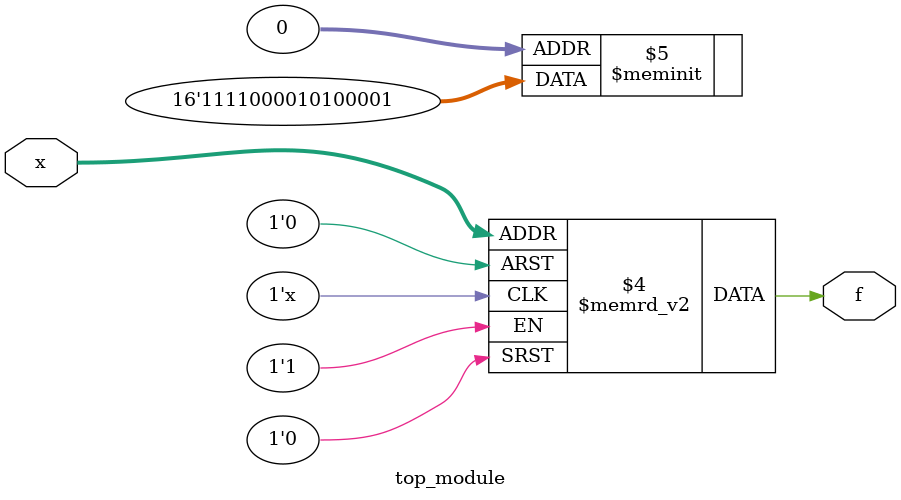
<source format=sv>
module top_module (
    input [4:1] x,
    output logic f
);

    always_comb begin
        case (x)
            4'b0101, 4'b0111, 
            4'b1110, 4'b1111,
            4'b1100, 4'b1101,
            4'b0000:
                f = 1'b1;

            4'b0001, 4'b0010, 4'b1000, 
            4'b1010, 4'b0011,	// All other don't care terms default to 0
            4'b1001, 4'b1011, 4'b0110: 
                f = 1'b0;

            default: f = 1'b0; // Handle don’t-cares default to 0
        endcase
    end

endmodule

</source>
